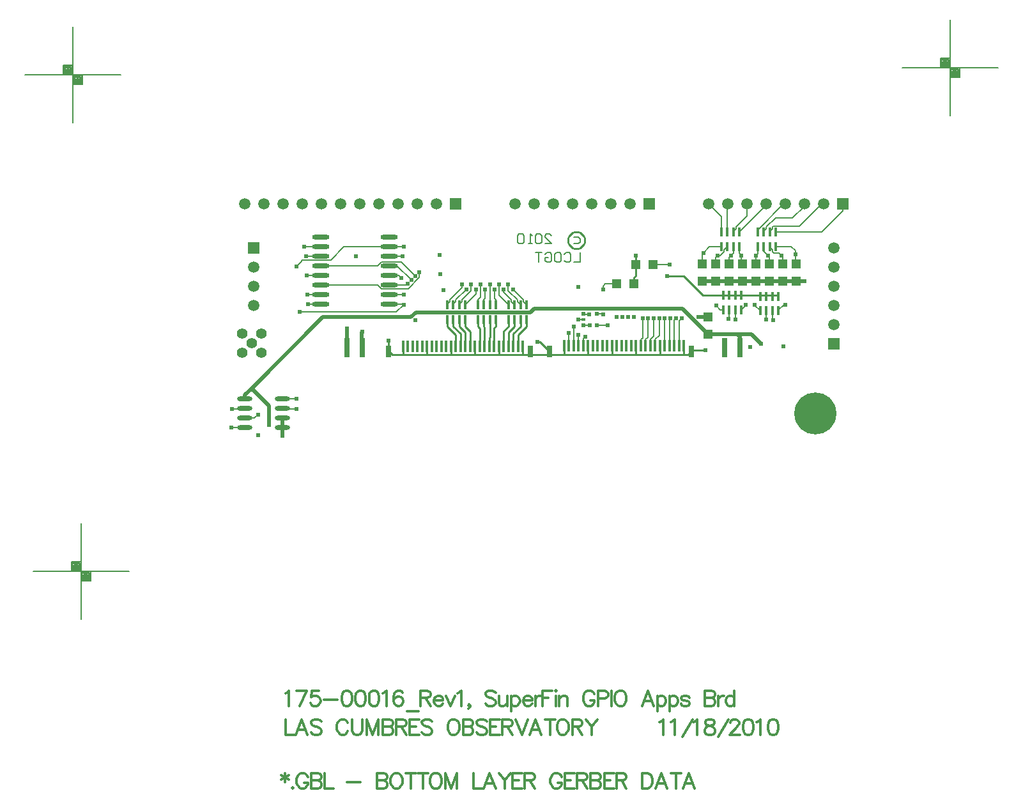
<source format=gbl>
%FSLAX23Y23*%
%MOIN*%
G70*
G01*
G75*
G04 Layer_Physical_Order=6*
G04 Layer_Color=16711680*
%ADD10R,0.030X0.060*%
%ADD11R,0.048X0.078*%
%ADD12O,0.098X0.028*%
%ADD13R,0.031X0.060*%
%ADD14R,0.014X0.060*%
%ADD15R,0.030X0.100*%
%ADD16R,0.039X0.059*%
%ADD17R,0.050X0.050*%
%ADD18R,0.050X0.050*%
%ADD19C,0.020*%
%ADD20C,0.005*%
%ADD21C,0.010*%
%ADD22C,0.012*%
%ADD23C,0.008*%
%ADD24C,0.012*%
%ADD25C,0.012*%
%ADD26C,0.055*%
%ADD27C,0.059*%
%ADD28R,0.059X0.059*%
%ADD29R,0.059X0.059*%
%ADD30C,0.219*%
%ADD31C,0.024*%
%ADD32C,0.040*%
G04:AMPARAMS|DCode=33|XSize=93.465mil|YSize=93.465mil|CornerRadius=0mil|HoleSize=0mil|Usage=FLASHONLY|Rotation=0.000|XOffset=0mil|YOffset=0mil|HoleType=Round|Shape=Relief|Width=10mil|Gap=10mil|Entries=4|*
%AMTHD33*
7,0,0,0.093,0.073,0.010,45*
%
%ADD33THD33*%
%ADD34C,0.073*%
%ADD35C,0.075*%
G04:AMPARAMS|DCode=36|XSize=95.433mil|YSize=95.433mil|CornerRadius=0mil|HoleSize=0mil|Usage=FLASHONLY|Rotation=0.000|XOffset=0mil|YOffset=0mil|HoleType=Round|Shape=Relief|Width=10mil|Gap=10mil|Entries=4|*
%AMTHD36*
7,0,0,0.095,0.075,0.010,45*
%
%ADD36THD36*%
%ADD37C,0.206*%
G04:AMPARAMS|DCode=38|XSize=70mil|YSize=70mil|CornerRadius=0mil|HoleSize=0mil|Usage=FLASHONLY|Rotation=0.000|XOffset=0mil|YOffset=0mil|HoleType=Round|Shape=Relief|Width=10mil|Gap=10mil|Entries=4|*
%AMTHD38*
7,0,0,0.070,0.050,0.010,45*
%
%ADD38THD38*%
%ADD39C,0.050*%
%ADD40O,0.091X0.024*%
%ADD41R,0.020X0.016*%
%ADD42R,0.020X0.020*%
%ADD43O,0.079X0.024*%
%ADD44R,0.017X0.045*%
D13*
X22980Y15921D02*
D03*
X23720D02*
D03*
X22880D02*
D03*
X22140D02*
D03*
D14*
X22217Y15948D02*
D03*
X22242D02*
D03*
X22267D02*
D03*
X22292D02*
D03*
X22317D02*
D03*
X22342D02*
D03*
X22367D02*
D03*
X22392D02*
D03*
X22417D02*
D03*
X22442D02*
D03*
X22467D02*
D03*
X22492D02*
D03*
X22517D02*
D03*
X22542D02*
D03*
X22567D02*
D03*
X22592D02*
D03*
X22617D02*
D03*
X22642D02*
D03*
X22667D02*
D03*
X22692D02*
D03*
X22717D02*
D03*
X22742D02*
D03*
X22767D02*
D03*
X22792D02*
D03*
X22817D02*
D03*
X22842D02*
D03*
X23058Y15949D02*
D03*
X23083D02*
D03*
X23108D02*
D03*
X23133D02*
D03*
X23158D02*
D03*
X23183D02*
D03*
X23208D02*
D03*
X23233D02*
D03*
X23258D02*
D03*
X23283D02*
D03*
X23308D02*
D03*
X23333D02*
D03*
X23358D02*
D03*
X23383D02*
D03*
X23408D02*
D03*
X23433D02*
D03*
X23458D02*
D03*
X23483D02*
D03*
X23508D02*
D03*
X23533D02*
D03*
X23558D02*
D03*
X23583D02*
D03*
X23608D02*
D03*
X23633D02*
D03*
X23658D02*
D03*
X23683D02*
D03*
D15*
X21926Y15939D02*
D03*
X22005D02*
D03*
X23896Y15940D02*
D03*
X23975D02*
D03*
D17*
X23432Y16372D02*
D03*
X23522D02*
D03*
X23422Y16272D02*
D03*
X23332D02*
D03*
D18*
X23807Y16101D02*
D03*
Y16011D02*
D03*
X23777Y16377D02*
D03*
Y16287D02*
D03*
X23847Y16377D02*
D03*
Y16287D02*
D03*
X23917Y16377D02*
D03*
Y16287D02*
D03*
X23987Y16377D02*
D03*
Y16287D02*
D03*
X24057Y16377D02*
D03*
Y16287D02*
D03*
X24127Y16377D02*
D03*
Y16287D02*
D03*
X24197Y16377D02*
D03*
Y16287D02*
D03*
X24267Y16377D02*
D03*
Y16287D02*
D03*
D19*
X21589Y15481D02*
Y15523D01*
X21427Y15728D02*
X21799Y16099D01*
X21392Y15692D02*
X21427Y15728D01*
X21518Y15637D01*
Y15537D02*
Y15637D01*
X21589Y15523D02*
Y15573D01*
X22284Y16124D02*
X22883D01*
X22259Y16099D02*
X22284Y16124D01*
X22883D02*
X22901Y16142D01*
X23676D01*
X21392Y15673D02*
Y15692D01*
X21799Y16099D02*
X22259D01*
X23676Y16142D02*
X23807Y16011D01*
X23777Y16287D02*
X24312D01*
X24313Y16286D01*
X22003Y15941D02*
X22005Y15939D01*
X22003Y15941D02*
Y16021D01*
X22004Y16022D01*
X21926Y15939D02*
Y16039D01*
X21926Y16039D02*
X21926Y16039D01*
X23975Y15940D02*
Y15997D01*
X23963Y16011D02*
X23976Y15998D01*
X23807Y16011D02*
X23963D01*
X23757Y16101D02*
X23807D01*
X23963Y16011D02*
X24035D01*
X24085Y15961D01*
X23975Y15997D02*
X23976Y15998D01*
D20*
X21390Y15620D02*
X21392Y15623D01*
X21325Y15620D02*
X21390D01*
X21391Y15524D02*
X21392Y15523D01*
X21321Y15524D02*
X21391D01*
X21392Y15573D02*
X21443D01*
X21461Y15591D01*
X21589Y15623D02*
X21590Y15621D01*
X21663D01*
X21589Y15673D02*
X21589Y15673D01*
X21663D01*
X22718Y16212D02*
Y16269D01*
X22621Y16204D02*
Y16269D01*
X22573Y16238D02*
Y16269D01*
X22525Y16189D02*
X22573Y16238D01*
X22597Y16220D02*
Y16245D01*
X22541Y16163D02*
X22597Y16220D01*
X22766Y16238D02*
X22814Y16189D01*
X22766Y16238D02*
Y16269D01*
X22718Y16212D02*
X22767Y16163D01*
X22462Y16189D02*
X22525Y16253D01*
X22525Y16179D02*
Y16189D01*
X22607Y16189D02*
X22621Y16204D01*
X22607Y16163D02*
Y16189D01*
X22462Y16179D02*
Y16189D01*
X22447Y16163D02*
X22462Y16179D01*
X22493Y16189D02*
X22549Y16245D01*
X22493Y16179D02*
Y16189D01*
X22478Y16163D02*
X22493Y16179D01*
X23810Y16690D02*
X23877Y16624D01*
Y16543D02*
Y16624D01*
X23908Y16688D02*
X23910Y16690D01*
X23908Y16543D02*
Y16688D01*
X24010Y16690D02*
X24012Y16688D01*
Y16627D02*
Y16688D01*
X24110Y16683D02*
Y16690D01*
X23971Y16543D02*
X24110Y16683D01*
X24203Y16690D02*
X24210D01*
X24067Y16554D02*
X24203Y16690D01*
X24310Y16678D02*
Y16690D01*
X24249Y16617D02*
X24310Y16678D01*
X24401Y16690D02*
X24410D01*
X24284Y16574D02*
X24401Y16690D01*
X24510Y16652D02*
Y16690D01*
X24402Y16543D02*
X24510Y16652D01*
X21687Y16389D02*
Y16398D01*
X21661Y16363D02*
X21687Y16389D01*
X22638Y16163D02*
Y16189D01*
X22645Y16197D01*
X22549Y16245D02*
Y16245D01*
X22525Y16253D02*
Y16269D01*
X22701Y16163D02*
Y16189D01*
X22694Y16197D02*
X22701Y16189D01*
X22783Y16179D02*
Y16189D01*
X22742Y16230D02*
Y16245D01*
Y16230D02*
X22783Y16189D01*
X22814Y16179D02*
Y16189D01*
X22846Y16179D02*
Y16189D01*
X22790Y16245D02*
Y16245D01*
Y16245D02*
X22846Y16189D01*
X22510Y16163D02*
X22525Y16179D01*
X22783D02*
X22798Y16163D01*
X22814Y16179D02*
X22830Y16163D01*
X22846Y16179D02*
X22861Y16163D01*
X22645Y16197D02*
Y16245D01*
X22694Y16197D02*
Y16245D01*
X22670Y16163D02*
Y16269D01*
X24161Y16543D02*
X24402D01*
X24161Y16467D02*
X24243D01*
X24264Y16446D01*
Y16380D02*
X24267Y16377D01*
X24264Y16380D02*
Y16428D01*
Y16446D01*
X24149Y16574D02*
X24284D01*
X24145Y16569D02*
X24149Y16574D01*
X24145Y16559D02*
Y16569D01*
X24130Y16543D02*
X24145Y16559D01*
X24113Y16559D02*
Y16569D01*
X24161Y16617D02*
X24249D01*
X24113Y16569D02*
X24161Y16617D01*
X24098Y16543D02*
X24113Y16559D01*
X24067Y16543D02*
Y16554D01*
X23955Y16569D02*
X24012Y16627D01*
X23955Y16559D02*
Y16569D01*
X23940Y16543D02*
X23955Y16559D01*
X23908Y16543D02*
X23912Y16548D01*
X24130Y16467D02*
X24145Y16451D01*
Y16441D02*
Y16451D01*
Y16441D02*
X24151Y16434D01*
X24179D01*
X24192Y16421D01*
X24197Y16416D01*
Y16377D02*
Y16416D01*
X24098Y16445D02*
Y16467D01*
Y16445D02*
X24122Y16421D01*
X24127Y16416D01*
Y16377D02*
Y16416D01*
X24067Y16430D02*
Y16467D01*
X24057Y16420D02*
X24067Y16430D01*
X24057Y16377D02*
Y16420D01*
X23971Y16432D02*
Y16467D01*
Y16432D02*
X23983Y16420D01*
Y16381D02*
Y16420D01*
Y16381D02*
X23987Y16377D01*
X23940Y16432D02*
Y16467D01*
X23917Y16377D02*
Y16409D01*
X23929Y16421D01*
X23940Y16432D01*
X23893Y16451D02*
X23908Y16467D01*
X23893Y16441D02*
Y16451D01*
X23872Y16420D02*
X23893Y16441D01*
X23857Y16420D02*
X23872D01*
X23847Y16410D02*
X23857Y16420D01*
X23847Y16377D02*
Y16410D01*
X23815Y16467D02*
X23877D01*
X23784Y16435D02*
X23815Y16467D01*
X23777Y16428D02*
X23784Y16435D01*
X23777Y16377D02*
Y16428D01*
X23872Y16137D02*
X23887D01*
X23850Y16159D02*
X23872Y16137D01*
X23950Y16090D02*
X23952Y16088D01*
X23950Y16090D02*
Y16137D01*
X23981D02*
X24005Y16160D01*
Y16165D01*
X24053Y16161D02*
Y16163D01*
Y16161D02*
X24082Y16132D01*
X24113Y16088D02*
Y16132D01*
X24113Y16087D02*
X24113Y16088D01*
X24145Y16086D02*
X24147Y16084D01*
X24145Y16086D02*
Y16132D01*
X24176D02*
Y16138D01*
X24204Y16165D01*
X23554Y16003D02*
Y16093D01*
X23508Y15949D02*
Y15982D01*
X23525Y15999D01*
Y16093D01*
X23483Y15949D02*
Y15982D01*
X23496Y15995D01*
Y16093D01*
X23458Y15949D02*
Y15982D01*
X23467Y15991D01*
Y16093D01*
X23608Y16089D02*
X23612Y16093D01*
X23633Y16085D02*
X23641Y16093D01*
X23658Y16081D02*
X23670Y16093D01*
X23533Y15949D02*
Y15982D01*
X23554Y16003D01*
X23583Y15949D02*
Y16093D01*
X23608Y15949D02*
Y16089D01*
X23633Y15949D02*
Y16085D01*
X23658Y15949D02*
Y16081D01*
X22146Y16267D02*
X22236D01*
X22240Y16272D01*
X22146Y16367D02*
X22186D01*
X22261Y16292D01*
X21787Y16367D02*
X22085D01*
X22104Y16387D01*
X22207D01*
X22281Y16313D01*
X21787Y16267D02*
X22085D01*
X22104Y16248D01*
X22244D01*
X22302Y16306D01*
Y16333D01*
X23227Y16116D02*
X23260D01*
X23262Y16115D01*
X23227Y16057D02*
X23283D01*
X23284Y16056D01*
X23108Y15949D02*
Y16051D01*
X23082Y15950D02*
Y16016D01*
X23159Y16114D02*
X23188D01*
X23157Y16116D02*
X23159Y16114D01*
X23158Y16058D02*
X23191D01*
X23157Y16057D02*
X23158Y16058D01*
X23158Y15949D02*
Y15987D01*
X23167Y15996D02*
Y15998D01*
X23158Y15987D02*
X23167Y15996D01*
X21710Y16417D02*
X21787D01*
X21702Y16467D02*
X21787D01*
X21715Y16318D02*
X21786D01*
X21787Y16317D01*
X21717Y16216D02*
X21786D01*
X21787Y16217D01*
X21721Y16167D02*
X21787D01*
X21720Y16168D02*
X21721Y16167D01*
X22146Y16317D02*
X22194D01*
X22209Y16302D01*
X22147Y16216D02*
X22221D01*
X22146Y16217D02*
X22147Y16216D01*
X22146Y16167D02*
X22219D01*
X22221Y16165D01*
X22182Y16126D02*
X22221Y16165D01*
X21679Y16126D02*
X22182D01*
X22146Y16417D02*
X22215D01*
X22216Y16418D01*
X21840Y16398D02*
X21909Y16467D01*
X21687Y16398D02*
X21840D01*
X21909Y16467D02*
X22146D01*
X22223D01*
X23523Y16373D02*
X23609D01*
X23522Y16372D02*
X23523Y16373D01*
X23273Y16272D02*
X23332D01*
X23260Y16259D02*
X23273Y16272D01*
X23131Y16087D02*
X23157D01*
X23131Y16087D02*
X23131Y16087D01*
X23133Y15949D02*
Y16004D01*
X23131Y16006D02*
X23133Y16004D01*
X23260Y16259D02*
X23261Y16258D01*
Y16243D02*
Y16258D01*
X23918Y16092D02*
Y16137D01*
X23916Y16089D02*
X23918Y16092D01*
D21*
X23166Y16500D02*
X23165Y16510D01*
X23161Y16520D01*
X23156Y16528D01*
X23149Y16535D01*
X23141Y16540D01*
X23131Y16544D01*
X23121Y16545D01*
X23111Y16544D01*
X23102Y16540D01*
X23094Y16535D01*
X23087Y16528D01*
X23081Y16520D01*
X23078Y16510D01*
X23077Y16500D01*
X23078Y16490D01*
X23081Y16481D01*
X23087Y16473D01*
X23094Y16466D01*
X23102Y16460D01*
X23111Y16457D01*
X23121Y16456D01*
X23131Y16457D01*
X23141Y16460D01*
X23149Y16466D01*
X23156Y16473D01*
X23161Y16481D01*
X23165Y16490D01*
X23166Y16500D01*
X23683Y15904D02*
Y15949D01*
X23558Y15904D02*
Y15949D01*
X23433Y15904D02*
Y15949D01*
X23308Y15904D02*
Y15949D01*
X23183Y15904D02*
Y15949D01*
X23058Y15904D02*
Y15949D01*
X22842Y15903D02*
Y15948D01*
X22717Y15903D02*
Y15948D01*
X22592Y15903D02*
Y15948D01*
X22467Y15903D02*
Y15948D01*
X22342Y15903D02*
Y15948D01*
X22217Y15903D02*
X22217Y15903D01*
X22140Y15924D02*
X22160Y15903D01*
X22217D02*
X23701D01*
X22160D02*
X22217D01*
X22217Y15903D02*
Y15948D01*
X23720Y15921D02*
X23726Y15927D01*
X23701Y15903D02*
X23720Y15921D01*
X22140Y15924D02*
Y15976D01*
Y15921D02*
Y15924D01*
Y15903D02*
Y15921D01*
X23726Y15927D02*
X23795D01*
X22667Y15992D02*
X22670Y15994D01*
X22667Y15948D02*
Y15992D01*
X22638Y16051D02*
Y16087D01*
Y16051D02*
X22642Y16047D01*
X22607Y16051D02*
Y16087D01*
Y16051D02*
X22617Y16041D01*
X22541Y16051D02*
Y16087D01*
Y16051D02*
X22567Y16025D01*
X22510Y16051D02*
Y16087D01*
Y16051D02*
X22542Y16019D01*
X22478Y16051D02*
Y16087D01*
Y16051D02*
X22517Y16012D01*
X22447Y16051D02*
Y16087D01*
Y16051D02*
X22492Y16006D01*
X22767Y16051D02*
Y16087D01*
X22742Y16027D02*
X22767Y16051D01*
X22861D02*
Y16087D01*
X22817Y16007D02*
X22861Y16051D01*
X22701D02*
Y16087D01*
X22692Y16042D02*
X22701Y16051D01*
X22798D02*
Y16087D01*
X22767Y16020D02*
X22798Y16051D01*
X22830D02*
Y16087D01*
X22792Y16014D02*
X22830Y16051D01*
X22817Y15948D02*
Y16007D01*
X22792Y15948D02*
Y16014D01*
X22767Y15948D02*
Y16020D01*
X22742Y15948D02*
Y16027D01*
X22692Y15948D02*
Y16042D01*
X22670Y15994D02*
Y16087D01*
X22642Y15948D02*
Y16047D01*
X22617Y15948D02*
Y16041D01*
X22567Y15948D02*
Y16025D01*
X22542Y15948D02*
Y16019D01*
X22517Y15948D02*
Y16012D01*
X22492Y15948D02*
Y16006D01*
X22917Y15971D02*
X22930D01*
X22980Y15921D01*
X22140Y15976D02*
X22140Y15976D01*
X23432Y16372D02*
Y16420D01*
X23431Y16421D02*
X23432Y16420D01*
X23422Y16272D02*
Y16305D01*
X23433Y16316D01*
Y16371D01*
X23432Y16372D02*
X23433Y16371D01*
X23596Y16313D02*
X23681D01*
X23780Y16213D01*
X24171D02*
X24176Y16208D01*
X23780Y16213D02*
X23887D01*
X23918D01*
X23950D01*
X23981D01*
X24171D01*
D22*
X21602Y13720D02*
Y13675D01*
X21583Y13709D02*
X21621Y13686D01*
Y13709D02*
X21583Y13686D01*
X21641Y13648D02*
X21637Y13644D01*
X21641Y13640D01*
X21645Y13644D01*
X21641Y13648D01*
X21720Y13701D02*
X21716Y13709D01*
X21708Y13716D01*
X21701Y13720D01*
X21685D01*
X21678Y13716D01*
X21670Y13709D01*
X21666Y13701D01*
X21662Y13690D01*
Y13671D01*
X21666Y13659D01*
X21670Y13652D01*
X21678Y13644D01*
X21685Y13640D01*
X21701D01*
X21708Y13644D01*
X21716Y13652D01*
X21720Y13659D01*
Y13671D01*
X21701D02*
X21720D01*
X21738Y13720D02*
Y13640D01*
Y13720D02*
X21772D01*
X21784Y13716D01*
X21787Y13713D01*
X21791Y13705D01*
Y13697D01*
X21787Y13690D01*
X21784Y13686D01*
X21772Y13682D01*
X21738D02*
X21772D01*
X21784Y13678D01*
X21787Y13675D01*
X21791Y13667D01*
Y13656D01*
X21787Y13648D01*
X21784Y13644D01*
X21772Y13640D01*
X21738D01*
X21809Y13720D02*
Y13640D01*
X21855D01*
X21926Y13675D02*
X21995D01*
X22081Y13720D02*
Y13640D01*
Y13720D02*
X22116D01*
X22127Y13716D01*
X22131Y13713D01*
X22135Y13705D01*
Y13697D01*
X22131Y13690D01*
X22127Y13686D01*
X22116Y13682D01*
X22081D02*
X22116D01*
X22127Y13678D01*
X22131Y13675D01*
X22135Y13667D01*
Y13656D01*
X22131Y13648D01*
X22127Y13644D01*
X22116Y13640D01*
X22081D01*
X22176Y13720D02*
X22168Y13716D01*
X22160Y13709D01*
X22156Y13701D01*
X22153Y13690D01*
Y13671D01*
X22156Y13659D01*
X22160Y13652D01*
X22168Y13644D01*
X22176Y13640D01*
X22191D01*
X22198Y13644D01*
X22206Y13652D01*
X22210Y13659D01*
X22214Y13671D01*
Y13690D01*
X22210Y13701D01*
X22206Y13709D01*
X22198Y13716D01*
X22191Y13720D01*
X22176D01*
X22259D02*
Y13640D01*
X22232Y13720D02*
X22286D01*
X22322D02*
Y13640D01*
X22295Y13720D02*
X22348D01*
X22381D02*
X22373Y13716D01*
X22366Y13709D01*
X22362Y13701D01*
X22358Y13690D01*
Y13671D01*
X22362Y13659D01*
X22366Y13652D01*
X22373Y13644D01*
X22381Y13640D01*
X22396D01*
X22404Y13644D01*
X22411Y13652D01*
X22415Y13659D01*
X22419Y13671D01*
Y13690D01*
X22415Y13701D01*
X22411Y13709D01*
X22404Y13716D01*
X22396Y13720D01*
X22381D01*
X22438D02*
Y13640D01*
Y13720D02*
X22468Y13640D01*
X22498Y13720D02*
X22468Y13640D01*
X22498Y13720D02*
Y13640D01*
X22584Y13720D02*
Y13640D01*
X22630D01*
X22700D02*
X22669Y13720D01*
X22639Y13640D01*
X22650Y13667D02*
X22688D01*
X22718Y13720D02*
X22749Y13682D01*
Y13640D01*
X22779Y13720D02*
X22749Y13682D01*
X22839Y13720D02*
X22789D01*
Y13640D01*
X22839D01*
X22789Y13682D02*
X22820D01*
X22852Y13720D02*
Y13640D01*
Y13720D02*
X22887D01*
X22898Y13716D01*
X22902Y13713D01*
X22906Y13705D01*
Y13697D01*
X22902Y13690D01*
X22898Y13686D01*
X22887Y13682D01*
X22852D01*
X22879D02*
X22906Y13640D01*
X23044Y13701D02*
X23040Y13709D01*
X23032Y13716D01*
X23024Y13720D01*
X23009D01*
X23002Y13716D01*
X22994Y13709D01*
X22990Y13701D01*
X22986Y13690D01*
Y13671D01*
X22990Y13659D01*
X22994Y13652D01*
X23002Y13644D01*
X23009Y13640D01*
X23024D01*
X23032Y13644D01*
X23040Y13652D01*
X23044Y13659D01*
Y13671D01*
X23024D02*
X23044D01*
X23111Y13720D02*
X23062D01*
Y13640D01*
X23111D01*
X23062Y13682D02*
X23092D01*
X23125Y13720D02*
Y13640D01*
Y13720D02*
X23159D01*
X23170Y13716D01*
X23174Y13713D01*
X23178Y13705D01*
Y13697D01*
X23174Y13690D01*
X23170Y13686D01*
X23159Y13682D01*
X23125D01*
X23151D02*
X23178Y13640D01*
X23196Y13720D02*
Y13640D01*
Y13720D02*
X23230D01*
X23242Y13716D01*
X23245Y13713D01*
X23249Y13705D01*
Y13697D01*
X23245Y13690D01*
X23242Y13686D01*
X23230Y13682D01*
X23196D02*
X23230D01*
X23242Y13678D01*
X23245Y13675D01*
X23249Y13667D01*
Y13656D01*
X23245Y13648D01*
X23242Y13644D01*
X23230Y13640D01*
X23196D01*
X23317Y13720D02*
X23267D01*
Y13640D01*
X23317D01*
X23267Y13682D02*
X23298D01*
X23330Y13720D02*
Y13640D01*
Y13720D02*
X23364D01*
X23376Y13716D01*
X23379Y13713D01*
X23383Y13705D01*
Y13697D01*
X23379Y13690D01*
X23376Y13686D01*
X23364Y13682D01*
X23330D01*
X23357D02*
X23383Y13640D01*
X23464Y13720D02*
Y13640D01*
Y13720D02*
X23491D01*
X23502Y13716D01*
X23510Y13709D01*
X23514Y13701D01*
X23517Y13690D01*
Y13671D01*
X23514Y13659D01*
X23510Y13652D01*
X23502Y13644D01*
X23491Y13640D01*
X23464D01*
X23596D02*
X23566Y13720D01*
X23535Y13640D01*
X23547Y13667D02*
X23585D01*
X23641Y13720D02*
Y13640D01*
X23615Y13720D02*
X23668D01*
X23739Y13640D02*
X23708Y13720D01*
X23678Y13640D01*
X23689Y13667D02*
X23727D01*
D23*
X23142Y16436D02*
Y16386D01*
X23109D01*
X23059Y16428D02*
X23067Y16436D01*
X23084D01*
X23092Y16428D01*
Y16395D01*
X23084Y16386D01*
X23067D01*
X23059Y16395D01*
X23017Y16436D02*
X23034D01*
X23042Y16428D01*
Y16395D01*
X23034Y16386D01*
X23017D01*
X23009Y16395D01*
Y16428D01*
X23017Y16436D01*
X22959Y16428D02*
X22967Y16436D01*
X22984D01*
X22992Y16428D01*
Y16395D01*
X22984Y16386D01*
X22967D01*
X22959Y16395D01*
Y16411D01*
X22975D01*
X22942Y16436D02*
X22909D01*
X22925D01*
Y16386D01*
X23107Y16516D02*
X23132D01*
X23140Y16508D01*
Y16491D01*
X23132Y16483D01*
X23107D01*
X22957D02*
X22990D01*
X22957Y16516D01*
Y16524D01*
X22965Y16533D01*
X22982D01*
X22990Y16524D01*
X22940D02*
X22932Y16533D01*
X22915D01*
X22907Y16524D01*
Y16491D01*
X22915Y16483D01*
X22932D01*
X22940Y16491D01*
Y16524D01*
X22890Y16483D02*
X22873D01*
X22882D01*
Y16533D01*
X22890Y16524D01*
X22848D02*
X22840Y16533D01*
X22823D01*
X22815Y16524D01*
Y16491D01*
X22823Y16483D01*
X22840D01*
X22848Y16491D01*
Y16524D01*
X24820Y17399D02*
X25320D01*
X25070Y17149D02*
Y17649D01*
X25020Y17399D02*
Y17449D01*
X25070D01*
X25120Y17349D02*
Y17399D01*
X25070Y17349D02*
X25120D01*
X25075Y17394D02*
X25115D01*
Y17354D02*
Y17394D01*
X25075Y17354D02*
X25115D01*
X25075D02*
Y17394D01*
X25080Y17389D02*
X25110D01*
Y17359D02*
Y17389D01*
X25080Y17359D02*
X25110D01*
X25080D02*
Y17384D01*
X25085D02*
X25105D01*
Y17364D02*
Y17384D01*
X25085Y17364D02*
X25105D01*
X25085D02*
Y17379D01*
X25090D02*
X25100D01*
Y17369D02*
Y17379D01*
X25090Y17369D02*
X25100D01*
X25090D02*
Y17379D01*
Y17374D02*
X25100D01*
X25025Y17444D02*
X25065D01*
Y17404D02*
Y17444D01*
X25025Y17404D02*
X25065D01*
X25025D02*
Y17444D01*
X25030Y17439D02*
X25060D01*
Y17409D02*
Y17439D01*
X25030Y17409D02*
X25060D01*
X25030D02*
Y17434D01*
X25035D02*
X25055D01*
Y17414D02*
Y17434D01*
X25035Y17414D02*
X25055D01*
X25035D02*
Y17429D01*
X25040D02*
X25050D01*
Y17419D02*
Y17429D01*
X25040Y17419D02*
X25050D01*
X25040D02*
Y17429D01*
Y17424D02*
X25050D01*
X20287Y14772D02*
X20787D01*
X20537Y14522D02*
Y15022D01*
X20487Y14772D02*
Y14822D01*
X20537D01*
X20587Y14722D02*
Y14772D01*
X20537Y14722D02*
X20587D01*
X20542Y14767D02*
X20582D01*
Y14727D02*
Y14767D01*
X20542Y14727D02*
X20582D01*
X20542D02*
Y14767D01*
X20547Y14762D02*
X20577D01*
Y14732D02*
Y14762D01*
X20547Y14732D02*
X20577D01*
X20547D02*
Y14757D01*
X20552D02*
X20572D01*
Y14737D02*
Y14757D01*
X20552Y14737D02*
X20572D01*
X20552D02*
Y14752D01*
X20557D02*
X20567D01*
Y14742D02*
Y14752D01*
X20557Y14742D02*
X20567D01*
X20557D02*
Y14752D01*
Y14747D02*
X20567D01*
X20492Y14817D02*
X20532D01*
Y14777D02*
Y14817D01*
X20492Y14777D02*
X20532D01*
X20492D02*
Y14817D01*
X20497Y14812D02*
X20527D01*
Y14782D02*
Y14812D01*
X20497Y14782D02*
X20527D01*
X20497D02*
Y14807D01*
X20502D02*
X20522D01*
Y14787D02*
Y14807D01*
X20502Y14787D02*
X20522D01*
X20502D02*
Y14802D01*
X20507D02*
X20517D01*
Y14792D02*
Y14802D01*
X20507Y14792D02*
X20517D01*
X20507D02*
Y14802D01*
Y14797D02*
X20517D01*
X20246Y17365D02*
X20746D01*
X20496Y17115D02*
Y17615D01*
X20446Y17365D02*
Y17415D01*
X20496D01*
X20546Y17315D02*
Y17365D01*
X20496Y17315D02*
X20546D01*
X20501Y17360D02*
X20541D01*
Y17320D02*
Y17360D01*
X20501Y17320D02*
X20541D01*
X20501D02*
Y17360D01*
X20506Y17355D02*
X20536D01*
Y17325D02*
Y17355D01*
X20506Y17325D02*
X20536D01*
X20506D02*
Y17350D01*
X20511D02*
X20531D01*
Y17330D02*
Y17350D01*
X20511Y17330D02*
X20531D01*
X20511D02*
Y17345D01*
X20516D02*
X20526D01*
Y17335D02*
Y17345D01*
X20516Y17335D02*
X20526D01*
X20516D02*
Y17345D01*
Y17340D02*
X20526D01*
X20451Y17410D02*
X20491D01*
Y17370D02*
Y17410D01*
X20451Y17370D02*
X20491D01*
X20451D02*
Y17410D01*
X20456Y17405D02*
X20486D01*
Y17375D02*
Y17405D01*
X20456Y17375D02*
X20486D01*
X20456D02*
Y17400D01*
X20461D02*
X20481D01*
Y17380D02*
Y17400D01*
X20461Y17380D02*
X20481D01*
X20461D02*
Y17395D01*
X20466D02*
X20476D01*
Y17385D02*
Y17395D01*
X20466Y17385D02*
X20476D01*
X20466D02*
Y17395D01*
Y17390D02*
X20476D01*
D24*
X21604Y14001D02*
Y13921D01*
X21650D01*
X21719D02*
X21689Y14001D01*
X21658Y13921D01*
X21670Y13948D02*
X21708D01*
X21791Y13989D02*
X21784Y13997D01*
X21772Y14001D01*
X21757D01*
X21746Y13997D01*
X21738Y13989D01*
Y13982D01*
X21742Y13974D01*
X21746Y13970D01*
X21753Y13967D01*
X21776Y13959D01*
X21784Y13955D01*
X21787Y13951D01*
X21791Y13944D01*
Y13932D01*
X21784Y13925D01*
X21772Y13921D01*
X21757D01*
X21746Y13925D01*
X21738Y13932D01*
X21929Y13982D02*
X21925Y13989D01*
X21918Y13997D01*
X21910Y14001D01*
X21895D01*
X21887Y13997D01*
X21880Y13989D01*
X21876Y13982D01*
X21872Y13970D01*
Y13951D01*
X21876Y13940D01*
X21880Y13932D01*
X21887Y13925D01*
X21895Y13921D01*
X21910D01*
X21918Y13925D01*
X21925Y13932D01*
X21929Y13940D01*
X21952Y14001D02*
Y13944D01*
X21955Y13932D01*
X21963Y13925D01*
X21974Y13921D01*
X21982D01*
X21994Y13925D01*
X22001Y13932D01*
X22005Y13944D01*
Y14001D01*
X22027D02*
Y13921D01*
Y14001D02*
X22058Y13921D01*
X22088Y14001D02*
X22058Y13921D01*
X22088Y14001D02*
Y13921D01*
X22111Y14001D02*
Y13921D01*
Y14001D02*
X22145D01*
X22157Y13997D01*
X22160Y13993D01*
X22164Y13986D01*
Y13978D01*
X22160Y13970D01*
X22157Y13967D01*
X22145Y13963D01*
X22111D02*
X22145D01*
X22157Y13959D01*
X22160Y13955D01*
X22164Y13948D01*
Y13936D01*
X22160Y13928D01*
X22157Y13925D01*
X22145Y13921D01*
X22111D01*
X22182Y14001D02*
Y13921D01*
Y14001D02*
X22216D01*
X22228Y13997D01*
X22232Y13993D01*
X22235Y13986D01*
Y13978D01*
X22232Y13970D01*
X22228Y13967D01*
X22216Y13963D01*
X22182D01*
X22209D02*
X22235Y13921D01*
X22303Y14001D02*
X22253D01*
Y13921D01*
X22303D01*
X22253Y13963D02*
X22284D01*
X22369Y13989D02*
X22362Y13997D01*
X22350Y14001D01*
X22335D01*
X22324Y13997D01*
X22316Y13989D01*
Y13982D01*
X22320Y13974D01*
X22324Y13970D01*
X22331Y13967D01*
X22354Y13959D01*
X22362Y13955D01*
X22366Y13951D01*
X22369Y13944D01*
Y13932D01*
X22362Y13925D01*
X22350Y13921D01*
X22335D01*
X22324Y13925D01*
X22316Y13932D01*
X22473Y14001D02*
X22465Y13997D01*
X22458Y13989D01*
X22454Y13982D01*
X22450Y13970D01*
Y13951D01*
X22454Y13940D01*
X22458Y13932D01*
X22465Y13925D01*
X22473Y13921D01*
X22488D01*
X22496Y13925D01*
X22504Y13932D01*
X22507Y13940D01*
X22511Y13951D01*
Y13970D01*
X22507Y13982D01*
X22504Y13989D01*
X22496Y13997D01*
X22488Y14001D01*
X22473D01*
X22530D02*
Y13921D01*
Y14001D02*
X22564D01*
X22576Y13997D01*
X22579Y13993D01*
X22583Y13986D01*
Y13978D01*
X22579Y13970D01*
X22576Y13967D01*
X22564Y13963D01*
X22530D02*
X22564D01*
X22576Y13959D01*
X22579Y13955D01*
X22583Y13948D01*
Y13936D01*
X22579Y13928D01*
X22576Y13925D01*
X22564Y13921D01*
X22530D01*
X22654Y13989D02*
X22647Y13997D01*
X22635Y14001D01*
X22620D01*
X22609Y13997D01*
X22601Y13989D01*
Y13982D01*
X22605Y13974D01*
X22609Y13970D01*
X22616Y13967D01*
X22639Y13959D01*
X22647Y13955D01*
X22651Y13951D01*
X22654Y13944D01*
Y13932D01*
X22647Y13925D01*
X22635Y13921D01*
X22620D01*
X22609Y13925D01*
X22601Y13932D01*
X22722Y14001D02*
X22672D01*
Y13921D01*
X22722D01*
X22672Y13963D02*
X22703D01*
X22735Y14001D02*
Y13921D01*
Y14001D02*
X22769D01*
X22781Y13997D01*
X22785Y13993D01*
X22788Y13986D01*
Y13978D01*
X22785Y13970D01*
X22781Y13967D01*
X22769Y13963D01*
X22735D01*
X22762D02*
X22788Y13921D01*
X22806Y14001D02*
X22837Y13921D01*
X22867Y14001D02*
X22837Y13921D01*
X22938D02*
X22908Y14001D01*
X22878Y13921D01*
X22889Y13948D02*
X22927D01*
X22984Y14001D02*
Y13921D01*
X22957Y14001D02*
X23010D01*
X23043D02*
X23035Y13997D01*
X23028Y13989D01*
X23024Y13982D01*
X23020Y13970D01*
Y13951D01*
X23024Y13940D01*
X23028Y13932D01*
X23035Y13925D01*
X23043Y13921D01*
X23058D01*
X23066Y13925D01*
X23073Y13932D01*
X23077Y13940D01*
X23081Y13951D01*
Y13970D01*
X23077Y13982D01*
X23073Y13989D01*
X23066Y13997D01*
X23058Y14001D01*
X23043D01*
X23100D02*
Y13921D01*
Y14001D02*
X23134D01*
X23145Y13997D01*
X23149Y13993D01*
X23153Y13986D01*
Y13978D01*
X23149Y13970D01*
X23145Y13967D01*
X23134Y13963D01*
X23100D01*
X23126D02*
X23153Y13921D01*
X23171Y14001D02*
X23201Y13963D01*
Y13921D01*
X23232Y14001D02*
X23201Y13963D01*
X23556Y13986D02*
X23564Y13989D01*
X23575Y14001D01*
Y13921D01*
X23615Y13986D02*
X23623Y13989D01*
X23634Y14001D01*
Y13921D01*
X23674Y13909D02*
X23727Y14001D01*
X23732Y13986D02*
X23740Y13989D01*
X23751Y14001D01*
Y13921D01*
X23810Y14001D02*
X23798Y13997D01*
X23795Y13989D01*
Y13982D01*
X23798Y13974D01*
X23806Y13970D01*
X23821Y13967D01*
X23833Y13963D01*
X23840Y13955D01*
X23844Y13948D01*
Y13936D01*
X23840Y13928D01*
X23837Y13925D01*
X23825Y13921D01*
X23810D01*
X23798Y13925D01*
X23795Y13928D01*
X23791Y13936D01*
Y13948D01*
X23795Y13955D01*
X23802Y13963D01*
X23814Y13967D01*
X23829Y13970D01*
X23837Y13974D01*
X23840Y13982D01*
Y13989D01*
X23837Y13997D01*
X23825Y14001D01*
X23810D01*
X23862Y13909D02*
X23915Y14001D01*
X23925Y13982D02*
Y13986D01*
X23928Y13993D01*
X23932Y13997D01*
X23940Y14001D01*
X23955D01*
X23963Y13997D01*
X23966Y13993D01*
X23970Y13986D01*
Y13978D01*
X23966Y13970D01*
X23959Y13959D01*
X23921Y13921D01*
X23974D01*
X24015Y14001D02*
X24003Y13997D01*
X23996Y13986D01*
X23992Y13967D01*
Y13955D01*
X23996Y13936D01*
X24003Y13925D01*
X24015Y13921D01*
X24022D01*
X24034Y13925D01*
X24041Y13936D01*
X24045Y13955D01*
Y13967D01*
X24041Y13986D01*
X24034Y13997D01*
X24022Y14001D01*
X24015D01*
X24063Y13986D02*
X24071Y13989D01*
X24082Y14001D01*
Y13921D01*
X24145Y14001D02*
X24133Y13997D01*
X24126Y13986D01*
X24122Y13967D01*
Y13955D01*
X24126Y13936D01*
X24133Y13925D01*
X24145Y13921D01*
X24152D01*
X24164Y13925D01*
X24171Y13936D01*
X24175Y13955D01*
Y13967D01*
X24171Y13986D01*
X24164Y13997D01*
X24152Y14001D01*
X24145D01*
D25*
X21604Y14136D02*
X21612Y14139D01*
X21623Y14151D01*
Y14071D01*
X21716Y14151D02*
X21678Y14071D01*
X21663Y14151D02*
X21716D01*
X21779D02*
X21741D01*
X21738Y14117D01*
X21741Y14120D01*
X21753Y14124D01*
X21764D01*
X21776Y14120D01*
X21783Y14113D01*
X21787Y14101D01*
Y14094D01*
X21783Y14082D01*
X21776Y14075D01*
X21764Y14071D01*
X21753D01*
X21741Y14075D01*
X21738Y14079D01*
X21734Y14086D01*
X21805Y14105D02*
X21874D01*
X21920Y14151D02*
X21909Y14147D01*
X21901Y14136D01*
X21897Y14117D01*
Y14105D01*
X21901Y14086D01*
X21909Y14075D01*
X21920Y14071D01*
X21928D01*
X21939Y14075D01*
X21947Y14086D01*
X21950Y14105D01*
Y14117D01*
X21947Y14136D01*
X21939Y14147D01*
X21928Y14151D01*
X21920D01*
X21991D02*
X21980Y14147D01*
X21972Y14136D01*
X21968Y14117D01*
Y14105D01*
X21972Y14086D01*
X21980Y14075D01*
X21991Y14071D01*
X21999D01*
X22010Y14075D01*
X22018Y14086D01*
X22022Y14105D01*
Y14117D01*
X22018Y14136D01*
X22010Y14147D01*
X21999Y14151D01*
X21991D01*
X22062D02*
X22051Y14147D01*
X22043Y14136D01*
X22040Y14117D01*
Y14105D01*
X22043Y14086D01*
X22051Y14075D01*
X22062Y14071D01*
X22070D01*
X22082Y14075D01*
X22089Y14086D01*
X22093Y14105D01*
Y14117D01*
X22089Y14136D01*
X22082Y14147D01*
X22070Y14151D01*
X22062D01*
X22111Y14136D02*
X22118Y14139D01*
X22130Y14151D01*
Y14071D01*
X22215Y14139D02*
X22211Y14147D01*
X22200Y14151D01*
X22192D01*
X22181Y14147D01*
X22173Y14136D01*
X22169Y14117D01*
Y14098D01*
X22173Y14082D01*
X22181Y14075D01*
X22192Y14071D01*
X22196D01*
X22208Y14075D01*
X22215Y14082D01*
X22219Y14094D01*
Y14098D01*
X22215Y14109D01*
X22208Y14117D01*
X22196Y14120D01*
X22192D01*
X22181Y14117D01*
X22173Y14109D01*
X22169Y14098D01*
X22237Y14044D02*
X22297D01*
X22308Y14151D02*
Y14071D01*
Y14151D02*
X22342D01*
X22353Y14147D01*
X22357Y14143D01*
X22361Y14136D01*
Y14128D01*
X22357Y14120D01*
X22353Y14117D01*
X22342Y14113D01*
X22308D01*
X22334D02*
X22361Y14071D01*
X22379Y14101D02*
X22425D01*
Y14109D01*
X22421Y14117D01*
X22417Y14120D01*
X22409Y14124D01*
X22398D01*
X22390Y14120D01*
X22383Y14113D01*
X22379Y14101D01*
Y14094D01*
X22383Y14082D01*
X22390Y14075D01*
X22398Y14071D01*
X22409D01*
X22417Y14075D01*
X22425Y14082D01*
X22442Y14124D02*
X22465Y14071D01*
X22488Y14124D02*
X22465Y14071D01*
X22500Y14136D02*
X22508Y14139D01*
X22520Y14151D01*
Y14071D01*
X22567Y14075D02*
X22563Y14071D01*
X22559Y14075D01*
X22563Y14079D01*
X22567Y14075D01*
Y14067D01*
X22563Y14059D01*
X22559Y14056D01*
X22700Y14139D02*
X22693Y14147D01*
X22681Y14151D01*
X22666D01*
X22655Y14147D01*
X22647Y14139D01*
Y14132D01*
X22651Y14124D01*
X22655Y14120D01*
X22662Y14117D01*
X22685Y14109D01*
X22693Y14105D01*
X22697Y14101D01*
X22700Y14094D01*
Y14082D01*
X22693Y14075D01*
X22681Y14071D01*
X22666D01*
X22655Y14075D01*
X22647Y14082D01*
X22718Y14124D02*
Y14086D01*
X22722Y14075D01*
X22730Y14071D01*
X22741D01*
X22749Y14075D01*
X22760Y14086D01*
Y14124D02*
Y14071D01*
X22781Y14124D02*
Y14044D01*
Y14113D02*
X22789Y14120D01*
X22796Y14124D01*
X22808D01*
X22815Y14120D01*
X22823Y14113D01*
X22827Y14101D01*
Y14094D01*
X22823Y14082D01*
X22815Y14075D01*
X22808Y14071D01*
X22796D01*
X22789Y14075D01*
X22781Y14082D01*
X22844Y14101D02*
X22890D01*
Y14109D01*
X22886Y14117D01*
X22882Y14120D01*
X22874Y14124D01*
X22863D01*
X22855Y14120D01*
X22848Y14113D01*
X22844Y14101D01*
Y14094D01*
X22848Y14082D01*
X22855Y14075D01*
X22863Y14071D01*
X22874D01*
X22882Y14075D01*
X22890Y14082D01*
X22907Y14124D02*
Y14071D01*
Y14101D02*
X22911Y14113D01*
X22918Y14120D01*
X22926Y14124D01*
X22937D01*
X22945Y14151D02*
Y14071D01*
Y14151D02*
X22994D01*
X22945Y14113D02*
X22975D01*
X23011Y14151D02*
X23015Y14147D01*
X23018Y14151D01*
X23015Y14155D01*
X23011Y14151D01*
X23015Y14124D02*
Y14071D01*
X23033Y14124D02*
Y14071D01*
Y14109D02*
X23044Y14120D01*
X23052Y14124D01*
X23063D01*
X23071Y14120D01*
X23074Y14109D01*
Y14071D01*
X23215Y14132D02*
X23212Y14139D01*
X23204Y14147D01*
X23196Y14151D01*
X23181D01*
X23173Y14147D01*
X23166Y14139D01*
X23162Y14132D01*
X23158Y14120D01*
Y14101D01*
X23162Y14090D01*
X23166Y14082D01*
X23173Y14075D01*
X23181Y14071D01*
X23196D01*
X23204Y14075D01*
X23212Y14082D01*
X23215Y14090D01*
Y14101D01*
X23196D02*
X23215D01*
X23234Y14109D02*
X23268D01*
X23279Y14113D01*
X23283Y14117D01*
X23287Y14124D01*
Y14136D01*
X23283Y14143D01*
X23279Y14147D01*
X23268Y14151D01*
X23234D01*
Y14071D01*
X23305Y14151D02*
Y14071D01*
X23344Y14151D02*
X23337Y14147D01*
X23329Y14139D01*
X23325Y14132D01*
X23322Y14120D01*
Y14101D01*
X23325Y14090D01*
X23329Y14082D01*
X23337Y14075D01*
X23344Y14071D01*
X23360D01*
X23367Y14075D01*
X23375Y14082D01*
X23379Y14090D01*
X23383Y14101D01*
Y14120D01*
X23379Y14132D01*
X23375Y14139D01*
X23367Y14147D01*
X23360Y14151D01*
X23344D01*
X23525Y14071D02*
X23495Y14151D01*
X23464Y14071D01*
X23476Y14098D02*
X23514D01*
X23544Y14124D02*
Y14044D01*
Y14113D02*
X23551Y14120D01*
X23559Y14124D01*
X23570D01*
X23578Y14120D01*
X23586Y14113D01*
X23589Y14101D01*
Y14094D01*
X23586Y14082D01*
X23578Y14075D01*
X23570Y14071D01*
X23559D01*
X23551Y14075D01*
X23544Y14082D01*
X23607Y14124D02*
Y14044D01*
Y14113D02*
X23614Y14120D01*
X23622Y14124D01*
X23633D01*
X23641Y14120D01*
X23648Y14113D01*
X23652Y14101D01*
Y14094D01*
X23648Y14082D01*
X23641Y14075D01*
X23633Y14071D01*
X23622D01*
X23614Y14075D01*
X23607Y14082D01*
X23711Y14113D02*
X23707Y14120D01*
X23696Y14124D01*
X23685D01*
X23673Y14120D01*
X23669Y14113D01*
X23673Y14105D01*
X23681Y14101D01*
X23700Y14098D01*
X23707Y14094D01*
X23711Y14086D01*
Y14082D01*
X23707Y14075D01*
X23696Y14071D01*
X23685D01*
X23673Y14075D01*
X23669Y14082D01*
X23791Y14151D02*
Y14071D01*
Y14151D02*
X23825D01*
X23837Y14147D01*
X23840Y14143D01*
X23844Y14136D01*
Y14128D01*
X23840Y14120D01*
X23837Y14117D01*
X23825Y14113D01*
X23791D02*
X23825D01*
X23837Y14109D01*
X23840Y14105D01*
X23844Y14098D01*
Y14086D01*
X23840Y14079D01*
X23837Y14075D01*
X23825Y14071D01*
X23791D01*
X23862Y14124D02*
Y14071D01*
Y14101D02*
X23866Y14113D01*
X23874Y14120D01*
X23881Y14124D01*
X23893D01*
X23945Y14151D02*
Y14071D01*
Y14113D02*
X23938Y14120D01*
X23930Y14124D01*
X23919D01*
X23911Y14120D01*
X23904Y14113D01*
X23900Y14101D01*
Y14094D01*
X23904Y14082D01*
X23911Y14075D01*
X23919Y14071D01*
X23930D01*
X23938Y14075D01*
X23945Y14082D01*
D26*
X21477Y15912D02*
D03*
Y16012D02*
D03*
X21377D02*
D03*
Y15912D02*
D03*
X21427Y15962D02*
D03*
D27*
X23810Y16690D02*
D03*
X23910D02*
D03*
X24010D02*
D03*
X24110D02*
D03*
X24210D02*
D03*
X24310D02*
D03*
X24410D02*
D03*
X24466Y16061D02*
D03*
Y16161D02*
D03*
Y16261D02*
D03*
Y16361D02*
D03*
Y16461D02*
D03*
X21438Y16161D02*
D03*
Y16261D02*
D03*
Y16361D02*
D03*
X22391Y16690D02*
D03*
X22291D02*
D03*
X22191D02*
D03*
X22091D02*
D03*
X21991D02*
D03*
X21891D02*
D03*
X21791D02*
D03*
X21691D02*
D03*
X21591D02*
D03*
X21491D02*
D03*
X21391D02*
D03*
X22800Y16690D02*
D03*
X22900D02*
D03*
X23000D02*
D03*
X23100D02*
D03*
X23200D02*
D03*
X23300D02*
D03*
X23400D02*
D03*
D28*
X24510D02*
D03*
X22491Y16690D02*
D03*
X23500Y16690D02*
D03*
D29*
X24466Y15961D02*
D03*
X21438Y16461D02*
D03*
D30*
X24367Y15596D02*
D03*
D31*
X21589Y15481D02*
D03*
X21518Y15537D02*
D03*
X21462Y15483D02*
D03*
X21325Y15620D02*
D03*
X21321Y15524D02*
D03*
X21461Y15591D02*
D03*
X21663Y15621D02*
D03*
Y15673D02*
D03*
X22718Y16269D02*
D03*
X22694Y16245D02*
D03*
X22742D02*
D03*
X22645D02*
D03*
X22597D02*
D03*
X22549D02*
D03*
X22621Y16269D02*
D03*
X22670D02*
D03*
X22766D02*
D03*
X21679Y16126D02*
D03*
X21661Y16363D02*
D03*
X24264Y16428D02*
D03*
X24313Y16286D02*
D03*
X24192Y16421D02*
D03*
X24122D02*
D03*
X24057Y16420D02*
D03*
X23983D02*
D03*
X23929Y16421D02*
D03*
X23857Y16420D02*
D03*
X23784Y16435D02*
D03*
X23850Y16159D02*
D03*
X23952Y16088D02*
D03*
X24005Y16165D02*
D03*
X24053Y16163D02*
D03*
X24113Y16087D02*
D03*
X24147Y16084D02*
D03*
X24213Y16165D02*
D03*
X23583Y16093D02*
D03*
X23554D02*
D03*
X23525D02*
D03*
X23496D02*
D03*
X23467D02*
D03*
X23612D02*
D03*
X23641D02*
D03*
X23670D02*
D03*
X23333Y16100D02*
D03*
X23362D02*
D03*
X23391D02*
D03*
X23420D02*
D03*
X22525Y16269D02*
D03*
X22573D02*
D03*
X22790Y16245D02*
D03*
X22302Y16333D02*
D03*
X22281Y16313D02*
D03*
X22261Y16292D02*
D03*
X22240Y16272D02*
D03*
X23262Y16115D02*
D03*
X23284Y16056D02*
D03*
X23108Y16051D02*
D03*
X23082Y16016D02*
D03*
X23188Y16114D02*
D03*
X23191Y16058D02*
D03*
X23167Y15998D02*
D03*
X22917Y15971D02*
D03*
X23795Y15927D02*
D03*
X24028Y15943D02*
D03*
X22140Y15976D02*
D03*
X21710Y16417D02*
D03*
X21702Y16467D02*
D03*
X21715Y16318D02*
D03*
X21717Y16216D02*
D03*
X21720Y16168D02*
D03*
X22209Y16302D02*
D03*
X21973Y16418D02*
D03*
X22221Y16216D02*
D03*
Y16165D02*
D03*
X22216Y16418D02*
D03*
X22223Y16467D02*
D03*
X23609Y16373D02*
D03*
X23431Y16421D02*
D03*
X23132Y16258D02*
D03*
X23596Y16313D02*
D03*
X22004Y16022D02*
D03*
X21926Y16039D02*
D03*
X23131Y16087D02*
D03*
X23757Y16101D02*
D03*
X24085Y15961D02*
D03*
X24201Y15947D02*
D03*
X22281Y16082D02*
D03*
X22408Y16423D02*
D03*
X22429Y16239D02*
D03*
X22412Y16324D02*
D03*
X23131Y16006D02*
D03*
X23261Y16243D02*
D03*
X23916Y16089D02*
D03*
D40*
X22146Y16517D02*
D03*
Y16467D02*
D03*
Y16417D02*
D03*
Y16367D02*
D03*
Y16317D02*
D03*
Y16267D02*
D03*
Y16217D02*
D03*
Y16167D02*
D03*
X21787Y16517D02*
D03*
Y16467D02*
D03*
Y16417D02*
D03*
Y16367D02*
D03*
Y16317D02*
D03*
Y16267D02*
D03*
Y16217D02*
D03*
Y16167D02*
D03*
D41*
X23157Y16087D02*
D03*
D42*
Y16057D02*
D03*
Y16116D02*
D03*
X23227D02*
D03*
Y16057D02*
D03*
D43*
X21392Y15523D02*
D03*
Y15573D02*
D03*
Y15623D02*
D03*
Y15673D02*
D03*
X21589Y15523D02*
D03*
Y15573D02*
D03*
Y15623D02*
D03*
Y15673D02*
D03*
D44*
X24082Y16208D02*
D03*
X24113D02*
D03*
X24145D02*
D03*
X24176D02*
D03*
Y16132D02*
D03*
X24145D02*
D03*
X24113D02*
D03*
X24082D02*
D03*
X22447Y16163D02*
D03*
X22478D02*
D03*
X22510D02*
D03*
X22541D02*
D03*
Y16087D02*
D03*
X22510D02*
D03*
X22478D02*
D03*
X22447D02*
D03*
X22607Y16163D02*
D03*
X22638D02*
D03*
X22670D02*
D03*
X22701D02*
D03*
Y16087D02*
D03*
X22670D02*
D03*
X22638D02*
D03*
X22607D02*
D03*
X22767Y16163D02*
D03*
X22798D02*
D03*
X22830D02*
D03*
X22861D02*
D03*
Y16087D02*
D03*
X22830D02*
D03*
X22798D02*
D03*
X22767D02*
D03*
X23877Y16543D02*
D03*
X23908D02*
D03*
X23940D02*
D03*
X23971D02*
D03*
Y16467D02*
D03*
X23940D02*
D03*
X23908D02*
D03*
X23877D02*
D03*
X24067Y16543D02*
D03*
X24098D02*
D03*
X24130D02*
D03*
X24161D02*
D03*
Y16467D02*
D03*
X24130D02*
D03*
X24098D02*
D03*
X24067D02*
D03*
X23887Y16213D02*
D03*
X23918D02*
D03*
X23950D02*
D03*
X23981D02*
D03*
Y16137D02*
D03*
X23950D02*
D03*
X23918D02*
D03*
X23887D02*
D03*
M02*

</source>
